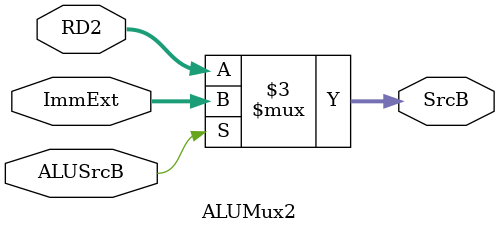
<source format=sv>
module ALUMux2 (
    input logic [31:0] RD2,
    input logic [31:0] ImmExt,
    input logic ALUSrcB,
    output logic [31:0] SrcB
);

always_comb begin
        if (ALUSrcB) 
            SrcB=ImmExt;
        else 
            SrcB=RD2;
    end

endmodule

</source>
